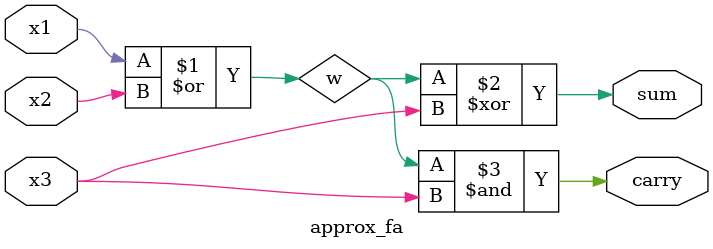
<source format=v>
module approx_fa ( input x1, x2, x3, output sum, carry );
  
  wire w ;
  
    assign
         w     = x1| x2 , // temp value
         sum   = w ^ x3 , //sum calculation
         carry = w & x3 ; //carry calculation
    
endmodule
</source>
